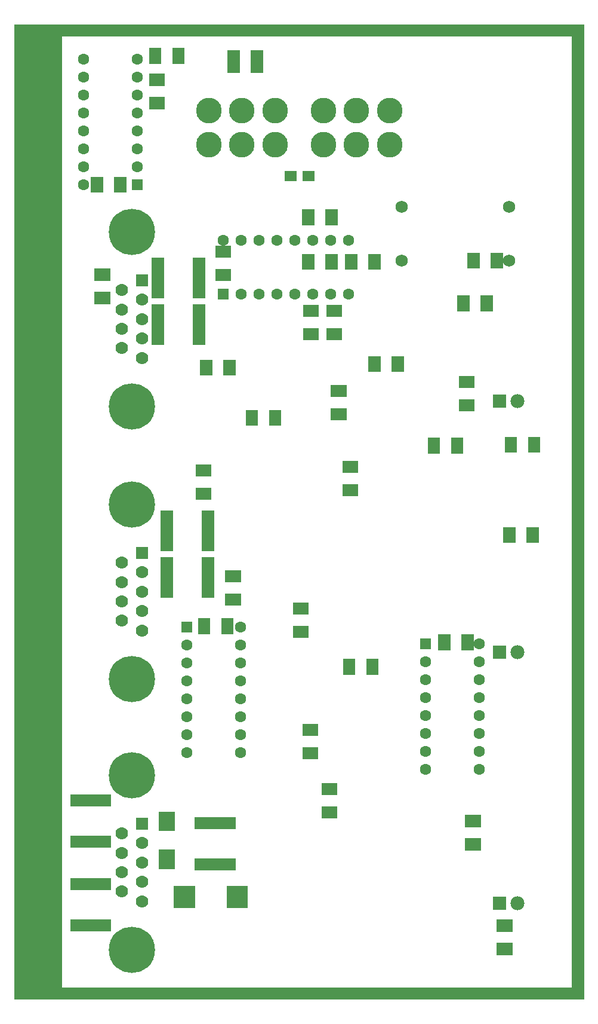
<source format=gbr>
G04 Title: Twister2, solder mask solder side *
G04 Creator: pcb-bin 20060321 *
G04 CreationDate: Thu May 25 07:45:50 2006 UTC *
G04 For: clock *
G04 Format: Gerber/RS-274X *
G04 PCB-Dimensions: 322834 546999 *
G04 PCB-Coordinate-Origin: lower left *
%MOIN*%
%FSLAX24Y24*%
%IPPOS*%
%ADD11C,0.0200*%
%ADD12C,0.0479*%
%ADD13C,0.0200*%
%ADD14C,0.0480*%
%ADD15C,0.0120*%
%ADD16C,0.0400*%
%ADD17C,0.0800*%
%ADD18C,0.1080*%
%ADD19C,0.0400*%
%ADD20C,0.0680*%
%ADD21C,0.0399*%
%ADD22C,0.0479*%
%ADD23C,0.0100*%
%ADD24C,0.0374*%
%ADD25R,0.0866X0.0866*%
%ADD26R,0.1142X0.1142*%
%ADD27R,0.0946X0.0946*%
%ADD28C,0.0079*%
%ADD29C,0.0080*%
%ADD30R,0.1102X0.1102*%
%ADD31R,0.1378X0.1378*%
%ADD32R,0.1182X0.1182*%
%ADD33C,0.0394*%
%ADD34R,0.0600X0.0600*%
%ADD35R,0.0876X0.0876*%
%ADD36R,0.0680X0.0680*%
%ADD37R,0.0800X0.0800*%
%ADD38R,0.1076X0.1076*%
%ADD39R,0.0880X0.0880*%
%ADD40C,0.0300*%
%ADD41C,0.0400*%
%ADD42C,0.0200*%
%ADD43R,0.0876X0.0876*%
%ADD44R,0.2000X0.2000*%
%ADD45R,0.2276X0.2276*%
%ADD46R,0.2080X0.2080*%
%ADD47R,0.0500X0.0500*%
%ADD48R,0.0775X0.0775*%
%ADD49R,0.0580X0.0580*%
%ADD50R,0.0552X0.0552*%
%ADD51R,0.0632X0.0632*%
%ADD52C,0.0156*%
%AMTHERM1*7,0,0,0.0828,0.0552,0.0156,45*%
%ADD53THERM1*%
%ADD54R,0.0828X0.0828X0.0552X0.0552*%
%ADD55R,0.0828X0.0828*%
%ADD56C,0.0552*%
%ADD57C,0.0632*%
%ADD58C,0.0828X0.0552*%
%ADD59C,0.0828*%
%ADD60C,0.0600*%
%ADD61C,0.0680*%
%ADD62C,0.0876X0.0600*%
%ADD63C,0.0876*%
%ADD64C,0.0160*%
%AMTHERM2*7,0,0,0.0876,0.0600,0.0160,45*%
%ADD65THERM2*%
%ADD66R,0.0700X0.0700*%
%ADD67R,0.0780X0.0780*%
%ADD68R,0.0975X0.0975X0.0700X0.0700*%
%ADD69R,0.0975X0.0975*%
%ADD70C,0.0700*%
%ADD71C,0.0780*%
%ADD72C,0.0210*%
%AMTHERM3*7,0,0,0.0975,0.0700,0.0210,45*%
%ADD73THERM3*%
%ADD74C,0.0975X0.0700*%
%ADD75C,0.0975*%
%ADD76R,0.0916X0.0916*%
%ADD77R,0.0200X0.0200*%
%ADD78R,0.0476X0.0476*%
%ADD79R,0.0280X0.0280*%
%ADD80C,0.1350*%
%ADD81C,0.1430*%
%ADD82C,0.1626X0.1350*%
%ADD83C,0.1626*%
%ADD84R,0.1378X0.1378*%
%ADD85R,0.1653X0.1653*%
%ADD86R,0.1458X0.1458*%
%ADD87R,0.0984X0.0984*%
%ADD88R,0.1260X0.1260*%
%ADD89R,0.1064X0.1064*%
%ADD90R,0.0620X0.0620*%
%ADD91R,0.0900X0.0900X0.0620X0.0620*%
%ADD92R,0.0900X0.0900*%
%ADD93C,0.0620*%
%ADD94C,0.0900X0.0620*%
%ADD95C,0.0900*%
%ADD96C,0.2500*%
%ADD97C,0.2580*%
%ADD98C,0.0625*%
%AMTHERM4*7,0,0,0.2780,0.2500,0.0625,45*%
%ADD99THERM4*%
%ADD100C,0.2780X0.2500*%
%ADD101C,0.2780*%
%ADD102C,0.0133*%
%AMTHERM5*7,0,0,0.0900,0.0620,0.0133,45*%
%ADD103THERM5*%
%ADD104R,0.2600X0.2600*%
%ADD105R,0.2876X0.2876*%
%ADD106R,0.2680X0.2680*%
%ADD107C,0.0169*%
%ADD108C,0.0135*%
%ADD109C,0.0128*%
%ADD110C,0.0162*%
%ADD111C,0.0122*%
%ADD112C,0.0142*%
%ADD113C,0.0149*%
%ADD114C,0.0119*%
%ADD115C,0.0136*%
%ADD116C,0.0128*%
%ADD117C,0.0108*%
%ADD118C,0.0156*%
%ADD119C,0.0101*%
%ADD120C,0.0094*%
%ADD121C,0.0115*%
%ADD122C,0.0173*%
%ADD123C,0.0146*%
%ADD124C,0.0098*%
%ADD125C,0.0091*%
%ADD126C,0.0118*%
%ADD127C,0.0220*%
%ADD128C,0.0186*%
%ADD129C,0.0152*%
%ADD130C,0.0105*%
%ADD131C,0.0132*%
%ADD132C,0.0800*%
%ADD133C,0.1079*%
%ADD134C,0.1079X0.0800*%
%ADD135C,0.0560*%
%ADD136C,0.0839*%
%ADD137C,0.0839X0.0560*%
%ADD138C,0.0480*%
%ADD139C,0.0759*%
%ADD140C,0.0759X0.0480*%
%ADD141C,0.0650*%
%ADD142C,0.0929*%
%ADD143C,0.0929X0.0650*%
%ADD144C,0.0150*%
%AMTHERM6*7,0,0,0.0929,0.0650,0.0150,45*%
%ADD145THERM6*%
%AMTHERM7*7,0,0,0.1079,0.0800,0.0150,45*%
%ADD146THERM7*%
%ADD147C,0.0839*%
%ADD148C,0.0839X0.0560*%
%ADD149C,0.1080X0.0800*%
%ADD150C,0.0160*%
%AMTHERM8*7,0,0,0.0839,0.0560,0.0160,45*%
%ADD151THERM8*%
%ADD152C,0.0120*%
%AMTHERM9*7,0,0,0.0759,0.0480,0.0120,45*%
%ADD153THERM9*%
%ADD154C,0.0150*%
%AMTHERM10*7,0,0,0.1080,0.0800,0.0150,45*%
%ADD155THERM10*%
%ADD156C,0.0560*%
%ADD157C,0.0839*%
%ADD158C,0.0839X0.0560*%
%LNGROUP_3*%
%LPD*%
G01X0Y0D02*
G54D32*X12606Y5899D02*Y5860D01*
X9653Y5899D02*Y5860D01*
G54D36*X10560Y10009D02*X12160D01*
X10560Y7709D02*X12160D01*
G54D39*X8665Y10194D02*Y10014D01*
Y8084D02*Y7884D01*
G54D36*X2460Y499D02*X31630D01*
X8160Y41209D02*Y39609D01*
X10460Y41209D02*Y39609D01*
G54D49*X16540Y46079D02*X16640D01*
X15540D02*X15640D01*
G54D36*X8010Y52889D02*Y52689D01*
X9310Y52889D02*Y52689D01*
X8010Y50149D02*X8210D01*
X8010Y51449D02*X8210D01*
X4760Y45699D02*Y45499D01*
X6060Y45699D02*Y45499D01*
X27100Y41469D02*Y41269D01*
X25800Y41469D02*Y41269D01*
X27430Y2989D02*X27630D01*
X27430Y4289D02*X27630D01*
X29100Y26159D02*Y25959D01*
X27800Y26159D02*Y25959D01*
X8160Y38609D02*Y37009D01*
X10460Y38609D02*Y37009D01*
X25460Y20189D02*Y19989D01*
X24160Y20189D02*Y19989D01*
X25670Y10119D02*X25870D01*
X25670Y8819D02*X25870D01*
X26530Y39079D02*Y38879D01*
X25230Y39079D02*Y38879D01*
X11710Y41859D02*X11910D01*
X11710Y40559D02*X11910D01*
X8660Y24509D02*Y22909D01*
X10960Y24509D02*Y22909D01*
X20260Y35709D02*Y35509D01*
X21560Y35709D02*Y35509D01*
X16590Y15209D02*X16790D01*
X16590Y13909D02*X16790D01*
X16050Y21969D02*X16250D01*
X16050Y20669D02*X16250D01*
X8660Y27109D02*Y25509D01*
X10960Y27109D02*Y25509D01*
X12160Y35509D02*Y35309D01*
X10860Y35509D02*Y35309D01*
X16610Y38559D02*X16810D01*
X16610Y37259D02*X16810D01*
X4960Y39279D02*X5160D01*
X4960Y40579D02*X5160D01*
X2470Y54199D02*X31630D01*
X18820Y28569D02*X19020D01*
X18820Y29869D02*X19020D01*
X3610Y8959D02*X5210D01*
X3610Y11259D02*X5210D01*
X10610Y29659D02*X10810D01*
X10610Y28359D02*X10810D01*
X17640Y10599D02*X17840D01*
X17640Y11899D02*X17840D01*
X18960Y41409D02*Y41209D01*
X20260Y41409D02*Y41209D01*
X13410Y32709D02*Y32509D01*
X14710Y32709D02*Y32509D01*
X12260Y23759D02*X12460D01*
X12260Y22459D02*X12460D01*
X18850Y18819D02*Y18619D01*
X20150Y18819D02*Y18619D01*
X12040Y21079D02*Y20879D01*
X10740Y21079D02*Y20879D01*
X17860Y41409D02*Y41209D01*
X16560Y41409D02*Y41209D01*
X13700Y52769D02*Y52169D01*
X12400Y52769D02*Y52169D01*
X25310Y34609D02*X25510D01*
X25310Y33309D02*X25510D01*
X18160Y34109D02*X18360D01*
X18160Y32809D02*X18360D01*
X17910Y38559D02*X18110D01*
X17910Y37259D02*X18110D01*
X17870Y43879D02*Y43679D01*
X16570Y43879D02*Y43679D01*
X3610Y6609D02*X5210D01*
X3610Y4309D02*X5210D01*
X24890Y31149D02*Y30949D01*
X23590Y31149D02*Y30949D01*
X31625Y54050D02*Y950D01*
X29190Y31199D02*Y30999D01*
X27890Y31199D02*Y30999D01*
G54D106*X1484Y53199D02*Y1499D01*
G54D51*X7010Y45599D03*
G54D57*Y46599D03*
Y47599D03*
Y48599D03*
Y49599D03*
Y50599D03*
Y51599D03*
Y52599D03*
X4010D03*
Y51599D03*
Y50599D03*
Y49599D03*
Y48599D03*
Y47599D03*
Y46599D03*
Y45599D03*
G54D61*X27780Y44369D03*
X21780D03*
Y41369D03*
X27780D03*
G54D67*X27260Y5539D03*
G54D71*X28260D03*
G54D51*X9770Y20939D03*
G54D57*Y19939D03*
Y18939D03*
Y17939D03*
Y16939D03*
Y15939D03*
Y14939D03*
Y13939D03*
X12770D03*
Y14939D03*
Y15939D03*
Y16939D03*
Y17939D03*
Y18939D03*
Y19939D03*
Y20939D03*
G54D67*X27260Y19539D03*
G54D71*X28260D03*
G54D81*X12850Y47849D03*
X14700D03*
X11000D03*
Y49749D03*
X12850D03*
X14700D03*
G54D51*X23110Y19989D03*
G54D57*Y18989D03*
Y17989D03*
Y16989D03*
Y15989D03*
Y14989D03*
Y13989D03*
Y12989D03*
X26110D03*
Y13989D03*
Y14989D03*
Y15989D03*
Y16989D03*
Y17989D03*
Y18989D03*
Y19989D03*
G54D67*X27260Y33539D03*
G54D71*X28260D03*
G54D81*X19250Y47849D03*
X21100D03*
X17400D03*
Y49749D03*
X19250D03*
X21100D03*
G54D51*X11810Y39509D03*
G54D57*X12810D03*
X13810D03*
X14810D03*
X15810D03*
X16810D03*
X17810D03*
X18810D03*
Y42509D03*
X17810D03*
X16810D03*
X15810D03*
X14810D03*
X13810D03*
X12810D03*
X11810D03*
G54D66*X7270Y40269D03*
G54D70*Y39189D03*
Y38109D03*
Y37029D03*
Y35949D03*
G54D97*X6710Y42969D03*
Y33249D03*
G54D70*X6150Y36489D03*
Y37569D03*
Y38649D03*
Y39729D03*
G54D66*X7270Y9969D03*
G54D70*Y8889D03*
Y7809D03*
Y6729D03*
Y5649D03*
G54D97*X6710Y12669D03*
Y2949D03*
G54D70*X6150Y6189D03*
Y7269D03*
Y8349D03*
Y9429D03*
G54D66*X7270Y25069D03*
G54D70*Y23989D03*
Y22909D03*
Y21829D03*
Y20749D03*
G54D97*X6710Y27769D03*
Y18049D03*
G54D70*X6150Y21289D03*
Y22369D03*
Y23449D03*
Y24529D03*
M02*

</source>
